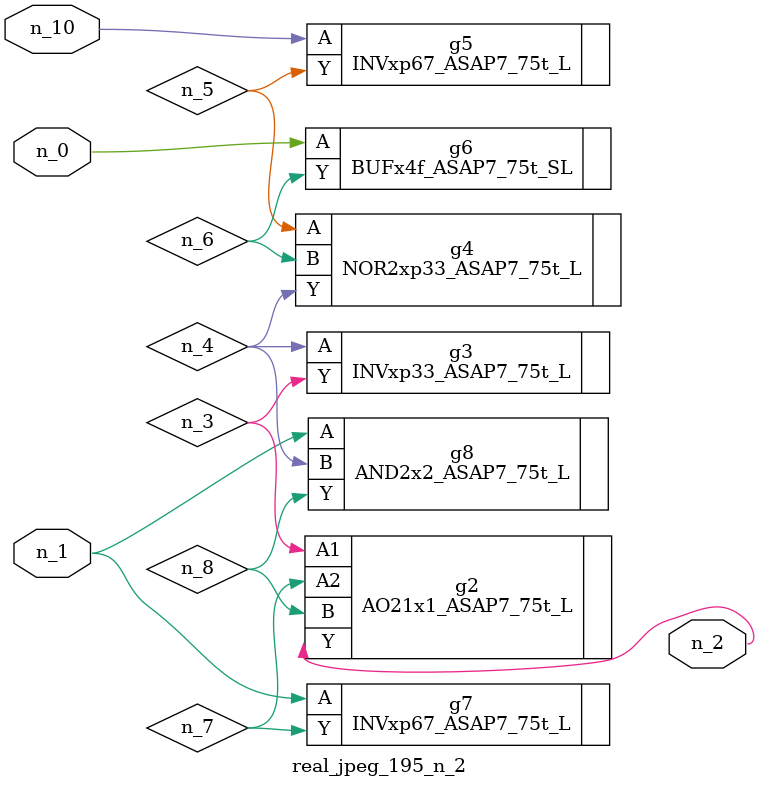
<source format=v>
module real_jpeg_195_n_2 (n_1, n_10, n_0, n_2);

input n_1;
input n_10;
input n_0;

output n_2;

wire n_5;
wire n_4;
wire n_8;
wire n_6;
wire n_7;
wire n_3;

BUFx4f_ASAP7_75t_SL g6 ( 
.A(n_0),
.Y(n_6)
);

INVxp67_ASAP7_75t_L g7 ( 
.A(n_1),
.Y(n_7)
);

AND2x2_ASAP7_75t_L g8 ( 
.A(n_1),
.B(n_4),
.Y(n_8)
);

AO21x1_ASAP7_75t_L g2 ( 
.A1(n_3),
.A2(n_7),
.B(n_8),
.Y(n_2)
);

INVxp33_ASAP7_75t_L g3 ( 
.A(n_4),
.Y(n_3)
);

NOR2xp33_ASAP7_75t_L g4 ( 
.A(n_5),
.B(n_6),
.Y(n_4)
);

INVxp67_ASAP7_75t_L g5 ( 
.A(n_10),
.Y(n_5)
);


endmodule
</source>
